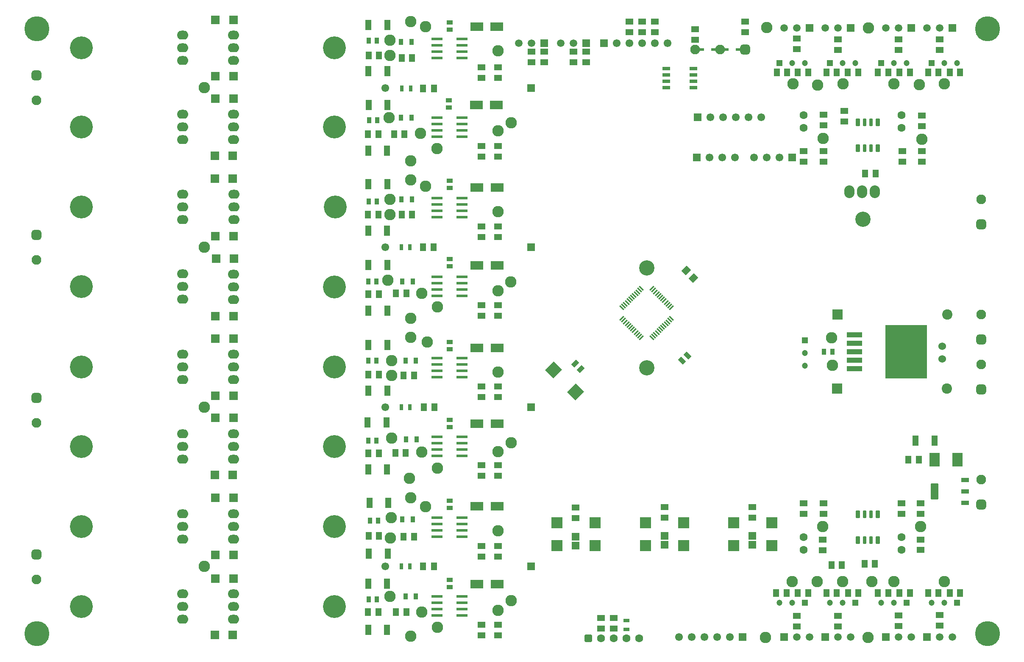
<source format=gbr>
%TF.GenerationSoftware,Altium Limited,Altium Designer,21.6.4 (81)*%
G04 Layer_Color=255*
%FSLAX43Y43*%
%MOMM*%
%TF.SameCoordinates,5D8205C6-A8A5-4108-8313-488A8EE5113E*%
%TF.FilePolarity,Positive*%
%TF.FileFunction,Pads,Bot*%
%TF.Part,Single*%
G01*
G75*
%TA.AperFunction,ComponentPad*%
%ADD22O,2.286X1.778*%
%ADD23C,4.572*%
%ADD24C,1.550*%
%ADD25R,1.550X1.550*%
%ADD26C,3.048*%
%ADD28C,2.286*%
%ADD29C,1.600*%
G04:AMPARAMS|DCode=30|XSize=1.6mm|YSize=1.6mm|CornerRadius=0.4mm|HoleSize=0mm|Usage=FLASHONLY|Rotation=0.000|XOffset=0mm|YOffset=0mm|HoleType=Round|Shape=RoundedRectangle|*
%AMROUNDEDRECTD30*
21,1,1.600,0.800,0,0,0.0*
21,1,0.800,1.600,0,0,0.0*
1,1,0.800,0.400,-0.400*
1,1,0.800,-0.400,-0.400*
1,1,0.800,-0.400,0.400*
1,1,0.800,0.400,0.400*
%
%ADD30ROUNDEDRECTD30*%
%ADD31R,2.286X2.286*%
%ADD32R,1.200X1.200*%
%ADD33C,1.200*%
G04:AMPARAMS|DCode=34|XSize=1.95mm|YSize=1.95mm|CornerRadius=0.488mm|HoleSize=0mm|Usage=FLASHONLY|Rotation=90.000|XOffset=0mm|YOffset=0mm|HoleType=Round|Shape=RoundedRectangle|*
%AMROUNDEDRECTD34*
21,1,1.950,0.975,0,0,90.0*
21,1,0.975,1.950,0,0,90.0*
1,1,0.975,0.488,0.488*
1,1,0.975,0.488,-0.488*
1,1,0.975,-0.488,-0.488*
1,1,0.975,-0.488,0.488*
%
%ADD34ROUNDEDRECTD34*%
%ADD35C,1.950*%
%ADD36R,2.057X2.057*%
%ADD37C,2.057*%
%ADD38C,1.500*%
%ADD39R,1.500X1.500*%
%ADD40C,1.524*%
G04:AMPARAMS|DCode=41|XSize=1.95mm|YSize=1.95mm|CornerRadius=0.488mm|HoleSize=0mm|Usage=FLASHONLY|Rotation=180.000|XOffset=0mm|YOffset=0mm|HoleType=Round|Shape=RoundedRectangle|*
%AMROUNDEDRECTD41*
21,1,1.950,0.975,0,0,180.0*
21,1,0.975,1.950,0,0,180.0*
1,1,0.975,-0.488,0.488*
1,1,0.975,0.488,0.488*
1,1,0.975,0.488,-0.488*
1,1,0.975,-0.488,-0.488*
%
%ADD41ROUNDEDRECTD41*%
%ADD42R,1.200X1.200*%
%TA.AperFunction,ViaPad*%
%ADD43C,5.000*%
%TA.AperFunction,SMDPad,CuDef*%
%ADD45R,1.700X1.680*%
G04:AMPARAMS|DCode=46|XSize=0.8mm|YSize=1.6mm|CornerRadius=0.2mm|HoleSize=0mm|Usage=FLASHONLY|Rotation=180.000|XOffset=0mm|YOffset=0mm|HoleType=Round|Shape=RoundedRectangle|*
%AMROUNDEDRECTD46*
21,1,0.800,1.200,0,0,180.0*
21,1,0.400,1.600,0,0,180.0*
1,1,0.400,-0.200,0.600*
1,1,0.400,0.200,0.600*
1,1,0.400,0.200,-0.600*
1,1,0.400,-0.200,-0.600*
%
%ADD46ROUNDEDRECTD46*%
G04:AMPARAMS|DCode=47|XSize=0.6mm|YSize=1.6mm|CornerRadius=0.15mm|HoleSize=0mm|Usage=FLASHONLY|Rotation=180.000|XOffset=0mm|YOffset=0mm|HoleType=Round|Shape=RoundedRectangle|*
%AMROUNDEDRECTD47*
21,1,0.600,1.300,0,0,180.0*
21,1,0.300,1.600,0,0,180.0*
1,1,0.300,-0.150,0.650*
1,1,0.300,0.150,0.650*
1,1,0.300,0.150,-0.650*
1,1,0.300,-0.150,-0.650*
%
%ADD47ROUNDEDRECTD47*%
%ADD48R,1.250X2.000*%
%ADD49R,1.508X1.207*%
%ADD50R,2.500X1.700*%
%ADD51R,1.262X0.958*%
%ADD52R,2.270X0.558*%
%ADD53R,1.207X1.508*%
%ADD54R,0.900X1.200*%
%ADD55R,0.757X1.308*%
%ADD56R,0.808X1.262*%
%ADD57R,1.525X0.650*%
%ADD58R,1.000X0.500*%
G04:AMPARAMS|DCode=59|XSize=1.207mm|YSize=1.508mm|CornerRadius=0mm|HoleSize=0mm|Usage=FLASHONLY|Rotation=315.000|XOffset=0mm|YOffset=0mm|HoleType=Round|Shape=Rectangle|*
%AMROTATEDRECTD59*
4,1,4,-0.960,-0.107,0.107,0.960,0.960,0.107,-0.107,-0.960,-0.960,-0.107,0.0*
%
%ADD59ROTATEDRECTD59*%

G04:AMPARAMS|DCode=60|XSize=1.194mm|YSize=0.305mm|CornerRadius=0mm|HoleSize=0mm|Usage=FLASHONLY|Rotation=225.000|XOffset=0mm|YOffset=0mm|HoleType=Round|Shape=Rectangle|*
%AMROTATEDRECTD60*
4,1,4,0.314,0.530,0.530,0.314,-0.314,-0.530,-0.530,-0.314,0.314,0.530,0.0*
%
%ADD60ROTATEDRECTD60*%

G04:AMPARAMS|DCode=61|XSize=1.194mm|YSize=0.305mm|CornerRadius=0mm|HoleSize=0mm|Usage=FLASHONLY|Rotation=315.000|XOffset=0mm|YOffset=0mm|HoleType=Round|Shape=Rectangle|*
%AMROTATEDRECTD61*
4,1,4,-0.530,0.314,-0.314,0.530,0.530,-0.314,0.314,-0.530,-0.530,0.314,0.0*
%
%ADD61ROTATEDRECTD61*%

G04:AMPARAMS|DCode=62|XSize=2.45mm|YSize=2.35mm|CornerRadius=0mm|HoleSize=0mm|Usage=FLASHONLY|Rotation=225.000|XOffset=0mm|YOffset=0mm|HoleType=Round|Shape=Rectangle|*
%AMROTATEDRECTD62*
4,1,4,0.035,1.697,1.697,0.035,-0.035,-1.697,-1.697,-0.035,0.035,1.697,0.0*
%
%ADD62ROTATEDRECTD62*%

G04:AMPARAMS|DCode=63|XSize=0.95mm|YSize=1.35mm|CornerRadius=0mm|HoleSize=0mm|Usage=FLASHONLY|Rotation=315.000|XOffset=0mm|YOffset=0mm|HoleType=Round|Shape=Rectangle|*
%AMROTATEDRECTD63*
4,1,4,-0.813,-0.141,0.141,0.813,0.813,0.141,-0.141,-0.813,-0.813,-0.141,0.0*
%
%ADD63ROTATEDRECTD63*%

G04:AMPARAMS|DCode=64|XSize=0.95mm|YSize=1.35mm|CornerRadius=0mm|HoleSize=0mm|Usage=FLASHONLY|Rotation=45.000|XOffset=0mm|YOffset=0mm|HoleType=Round|Shape=Rectangle|*
%AMROTATEDRECTD64*
4,1,4,0.141,-0.813,-0.813,0.141,-0.141,0.813,0.813,-0.141,0.141,-0.813,0.0*
%
%ADD64ROTATEDRECTD64*%

%ADD65R,1.556X1.505*%
%ADD66R,1.308X0.757*%
G04:AMPARAMS|DCode=67|XSize=3.15mm|YSize=1.45mm|CornerRadius=0.051mm|HoleSize=0mm|Usage=FLASHONLY|Rotation=90.000|XOffset=0mm|YOffset=0mm|HoleType=Round|Shape=RoundedRectangle|*
%AMROUNDEDRECTD67*
21,1,3.150,1.349,0,0,90.0*
21,1,3.049,1.450,0,0,90.0*
1,1,0.102,0.674,1.524*
1,1,0.102,0.674,-1.524*
1,1,0.102,-0.674,-1.524*
1,1,0.102,-0.674,1.524*
%
%ADD67ROUNDEDRECTD67*%
G04:AMPARAMS|DCode=68|XSize=0.9mm|YSize=1.45mm|CornerRadius=0.05mm|HoleSize=0mm|Usage=FLASHONLY|Rotation=90.000|XOffset=0mm|YOffset=0mm|HoleType=Round|Shape=RoundedRectangle|*
%AMROUNDEDRECTD68*
21,1,0.900,1.351,0,0,90.0*
21,1,0.801,1.450,0,0,90.0*
1,1,0.099,0.676,0.401*
1,1,0.099,0.676,-0.401*
1,1,0.099,-0.676,-0.401*
1,1,0.099,-0.676,0.401*
%
%ADD68ROUNDEDRECTD68*%
%ADD69R,2.000X2.800*%
%ADD70R,0.807X1.308*%
%ADD71R,3.050X1.016*%
%ADD72R,8.380X10.660*%
%ADD73R,1.508X1.157*%
%ADD74R,1.157X1.508*%
%TA.AperFunction,ComponentPad*%
%ADD79O,2.032X2.540*%
D22*
X74041Y82804D02*
D03*
Y85344D02*
D03*
Y87884D02*
D03*
Y71882D02*
D03*
Y69342D02*
D03*
Y66802D02*
D03*
Y55880D02*
D03*
Y53340D02*
D03*
Y50800D02*
D03*
Y103759D02*
D03*
Y101219D02*
D03*
Y98679D02*
D03*
Y119761D02*
D03*
Y117221D02*
D03*
Y114681D02*
D03*
X74168Y135763D02*
D03*
Y133223D02*
D03*
Y130683D02*
D03*
X74041Y151765D02*
D03*
Y149225D02*
D03*
Y146685D02*
D03*
X63881Y50800D02*
D03*
Y53340D02*
D03*
Y55880D02*
D03*
Y66802D02*
D03*
Y69342D02*
D03*
Y71882D02*
D03*
Y82804D02*
D03*
Y85344D02*
D03*
Y87884D02*
D03*
Y98679D02*
D03*
Y101219D02*
D03*
Y103759D02*
D03*
Y114808D02*
D03*
Y117348D02*
D03*
Y119888D02*
D03*
Y130683D02*
D03*
Y133223D02*
D03*
Y135763D02*
D03*
Y146685D02*
D03*
Y149225D02*
D03*
Y151765D02*
D03*
X74041Y167640D02*
D03*
Y165100D02*
D03*
Y162560D02*
D03*
X63881D02*
D03*
Y165100D02*
D03*
Y167640D02*
D03*
D23*
X94234Y85344D02*
D03*
Y69342D02*
D03*
Y53340D02*
D03*
Y101219D02*
D03*
Y117221D02*
D03*
X94361Y133223D02*
D03*
X94234Y149225D02*
D03*
X43688Y53340D02*
D03*
Y69342D02*
D03*
Y85344D02*
D03*
Y101219D02*
D03*
Y117348D02*
D03*
Y133223D02*
D03*
Y149225D02*
D03*
X94234Y165100D02*
D03*
X43688D02*
D03*
D24*
X104367Y157022D02*
D03*
X163068Y47244D02*
D03*
X165608D02*
D03*
X168148D02*
D03*
X170688D02*
D03*
X173228D02*
D03*
X169291Y151176D02*
D03*
X171831D02*
D03*
X174371D02*
D03*
X176911D02*
D03*
X179451Y151176D02*
D03*
X174244Y143129D02*
D03*
X171704D02*
D03*
X169164D02*
D03*
X178054D02*
D03*
X180594D02*
D03*
X183134D02*
D03*
X150622Y165989D02*
D03*
X153162D02*
D03*
X155702D02*
D03*
X158242D02*
D03*
X160782D02*
D03*
X104367Y125222D02*
D03*
X104394Y93218D02*
D03*
X104367Y61341D02*
D03*
D25*
X133477Y157022D02*
D03*
X175768Y47244D02*
D03*
X166751Y151176D02*
D03*
X166624Y143129D02*
D03*
X185674D02*
D03*
X148082Y165989D02*
D03*
X133477Y125222D02*
D03*
X133504Y93218D02*
D03*
X133477Y61341D02*
D03*
D26*
X199771Y130810D02*
D03*
X156591Y121031D02*
D03*
Y101092D02*
D03*
D28*
X129540Y150114D02*
D03*
X126873Y148463D02*
D03*
X185801Y157861D02*
D03*
X190754Y157607D02*
D03*
X195790Y157905D02*
D03*
X205994Y157861D02*
D03*
X211074Y157734D02*
D03*
X216027Y157861D02*
D03*
X180340Y47117D02*
D03*
X200787D02*
D03*
X191770Y69342D02*
D03*
X195707Y58293D02*
D03*
X190627D02*
D03*
X185674D02*
D03*
X201549D02*
D03*
X205994D02*
D03*
X216027D02*
D03*
X211328Y69342D02*
D03*
X193675Y101600D02*
D03*
X193548Y107061D02*
D03*
X211582Y146812D02*
D03*
X191833Y146974D02*
D03*
X180594Y169164D02*
D03*
X200914Y169037D02*
D03*
X105283Y163576D02*
D03*
X109474Y170307D02*
D03*
X112395Y169291D02*
D03*
X126873Y164465D02*
D03*
X105156Y151130D02*
D03*
X111379Y147955D02*
D03*
X114681Y144907D02*
D03*
X109474Y142494D02*
D03*
Y138684D02*
D03*
X112395Y137414D02*
D03*
X105283Y134747D02*
D03*
Y131699D02*
D03*
X126873Y116459D02*
D03*
X129413Y118237D02*
D03*
X104902Y118618D02*
D03*
X111633Y115951D02*
D03*
X114808Y113284D02*
D03*
X109474Y110998D02*
D03*
Y107188D02*
D03*
X112746Y106264D02*
D03*
X105664Y102489D02*
D03*
Y99568D02*
D03*
Y86995D02*
D03*
X111633Y84201D02*
D03*
X114808Y81026D02*
D03*
X109220Y78994D02*
D03*
X109474Y75057D02*
D03*
X112395Y73279D02*
D03*
X105537Y71120D02*
D03*
X105410Y67056D02*
D03*
X129540Y86106D02*
D03*
X126873Y84328D02*
D03*
Y68453D02*
D03*
Y52578D02*
D03*
X129540Y54483D02*
D03*
X109474Y47371D02*
D03*
X111633Y52197D02*
D03*
X114808Y49149D02*
D03*
X105283Y166624D02*
D03*
X126873Y132334D02*
D03*
X105283Y55372D02*
D03*
X68199Y61341D02*
D03*
Y125222D02*
D03*
X126873Y100203D02*
D03*
X68199Y93218D02*
D03*
Y157099D02*
D03*
D29*
X149987Y46990D02*
D03*
X147447D02*
D03*
X152527D02*
D03*
X155067D02*
D03*
X207518Y64643D02*
D03*
Y67183D02*
D03*
X187960Y64643D02*
D03*
Y67183D02*
D03*
Y151633D02*
D03*
Y149093D02*
D03*
X207518Y149098D02*
D03*
Y151638D02*
D03*
D30*
X144907Y46990D02*
D03*
D31*
X138684Y65532D02*
D03*
Y70104D02*
D03*
X146304D02*
D03*
Y65532D02*
D03*
X173990D02*
D03*
Y70104D02*
D03*
X181610D02*
D03*
Y65532D02*
D03*
X156337D02*
D03*
Y70104D02*
D03*
X163957D02*
D03*
Y65532D02*
D03*
D32*
X213487Y162052D02*
D03*
X203454Y162047D02*
D03*
X193167Y162052D02*
D03*
X183134D02*
D03*
X208534Y54102D02*
D03*
X218567D02*
D03*
X198247D02*
D03*
X188214D02*
D03*
D33*
X216027Y162052D02*
D03*
X218567D02*
D03*
X205994Y162047D02*
D03*
X208534D02*
D03*
X195707Y162052D02*
D03*
X198247D02*
D03*
X185674D02*
D03*
X188214D02*
D03*
X203454Y54102D02*
D03*
X205994D02*
D03*
X213487D02*
D03*
X216027D02*
D03*
X193167D02*
D03*
X195707D02*
D03*
X183134D02*
D03*
X185674D02*
D03*
X188209Y104013D02*
D03*
Y101473D02*
D03*
D34*
X223393Y106731D02*
D03*
Y96727D02*
D03*
Y73740D02*
D03*
Y129747D02*
D03*
X34679Y159599D02*
D03*
X34671Y127682D02*
D03*
X34679Y95083D02*
D03*
Y63714D02*
D03*
D35*
X223393Y111731D02*
D03*
Y101727D02*
D03*
Y78740D02*
D03*
Y134747D02*
D03*
X166243Y164719D02*
D03*
X171243D02*
D03*
X34679Y154599D02*
D03*
X34671Y122682D02*
D03*
X34679Y90083D02*
D03*
Y58714D02*
D03*
D36*
X194768Y111731D02*
D03*
X194640Y96901D02*
D03*
D37*
X216663Y111731D02*
D03*
X216535Y96901D02*
D03*
D38*
X217678Y47244D02*
D03*
X215138D02*
D03*
X209423D02*
D03*
X206883D02*
D03*
X189103D02*
D03*
X186563D02*
D03*
X197358D02*
D03*
X194818D02*
D03*
X215138Y169037D02*
D03*
X212598D02*
D03*
X206883D02*
D03*
X204343D02*
D03*
X194818Y169083D02*
D03*
X192278D02*
D03*
X186563D02*
D03*
X184023D02*
D03*
X139446Y166035D02*
D03*
X141986D02*
D03*
X131064Y165989D02*
D03*
X133604D02*
D03*
D39*
X212598Y47244D02*
D03*
X204343D02*
D03*
X184023D02*
D03*
X192278D02*
D03*
X217678Y169037D02*
D03*
X209423D02*
D03*
X197358Y169083D02*
D03*
X189103D02*
D03*
X144526Y166035D02*
D03*
X136144Y165989D02*
D03*
D40*
X215646Y105370D02*
D03*
Y102870D02*
D03*
D41*
X176243Y164719D02*
D03*
D42*
X188209Y106553D02*
D03*
D43*
X224663Y168910D02*
D03*
X34798D02*
D03*
X224663Y47879D02*
D03*
X34798D02*
D03*
D45*
X73914Y47625D02*
D03*
X70334D02*
D03*
X74041Y58928D02*
D03*
X70461D02*
D03*
X74041Y63627D02*
D03*
X70461D02*
D03*
X73914Y79629D02*
D03*
X70334D02*
D03*
X74041Y91059D02*
D03*
X70461D02*
D03*
X74041Y95504D02*
D03*
X70461D02*
D03*
X74041Y106934D02*
D03*
X70461D02*
D03*
X74053Y111379D02*
D03*
X70473D02*
D03*
X74180Y122936D02*
D03*
X70600D02*
D03*
X74053Y127381D02*
D03*
X70473D02*
D03*
X73926Y138938D02*
D03*
X70346D02*
D03*
X73914Y143510D02*
D03*
X70334D02*
D03*
X74053Y154940D02*
D03*
X70473D02*
D03*
X74053Y159385D02*
D03*
X70473D02*
D03*
X74053Y170688D02*
D03*
X70473D02*
D03*
X74053Y75057D02*
D03*
X70473D02*
D03*
D46*
X202812Y66615D02*
D03*
X198762D02*
D03*
X202812Y71815D02*
D03*
X198762D02*
D03*
X202812Y144974D02*
D03*
X198762D02*
D03*
X202812Y150174D02*
D03*
X198762D02*
D03*
D47*
X201422Y66615D02*
D03*
X200152D02*
D03*
X201422Y71815D02*
D03*
X200152D02*
D03*
X201422Y144974D02*
D03*
X200152D02*
D03*
X201422Y150174D02*
D03*
X200152D02*
D03*
D48*
X100995Y80772D02*
D03*
X104745D02*
D03*
X100868Y90170D02*
D03*
X104618D02*
D03*
X101092Y153670D02*
D03*
X104842D02*
D03*
X101025Y169672D02*
D03*
X104775D02*
D03*
X100995Y144526D02*
D03*
X104745D02*
D03*
X101025Y137795D02*
D03*
X104775D02*
D03*
X100995Y128524D02*
D03*
X104745D02*
D03*
X101025Y112522D02*
D03*
X104775D02*
D03*
X101025Y121666D02*
D03*
X104775D02*
D03*
X101025Y96520D02*
D03*
X104775D02*
D03*
X101025Y105664D02*
D03*
X104775D02*
D03*
X101122Y63881D02*
D03*
X104872D02*
D03*
X100995Y57912D02*
D03*
X104745D02*
D03*
X214092Y86487D02*
D03*
X210342D02*
D03*
X104999Y74041D02*
D03*
X101249D02*
D03*
X104745Y48641D02*
D03*
X100995D02*
D03*
X104775Y160401D02*
D03*
X101025D02*
D03*
D49*
X123571Y161198D02*
D03*
Y159096D02*
D03*
X126873Y161198D02*
D03*
Y159096D02*
D03*
X123571Y81569D02*
D03*
Y79467D02*
D03*
X126873Y81569D02*
D03*
Y79467D02*
D03*
X123571Y65440D02*
D03*
Y63338D02*
D03*
X126873Y65440D02*
D03*
Y63338D02*
D03*
X123571Y49692D02*
D03*
Y47590D02*
D03*
X126873Y49692D02*
D03*
Y47590D02*
D03*
X155702Y170342D02*
D03*
Y168240D02*
D03*
X158242Y168205D02*
D03*
Y170307D02*
D03*
X166243Y168818D02*
D03*
Y166716D02*
D03*
X176276Y168240D02*
D03*
Y170342D02*
D03*
X160147Y73187D02*
D03*
Y71085D02*
D03*
X191770Y66710D02*
D03*
Y64608D02*
D03*
X187960Y73949D02*
D03*
Y71847D02*
D03*
X191897Y73949D02*
D03*
Y71847D02*
D03*
X207518Y73949D02*
D03*
Y71847D02*
D03*
X187960Y142297D02*
D03*
Y144399D02*
D03*
X196088Y150333D02*
D03*
Y152435D02*
D03*
X207645Y142297D02*
D03*
Y144399D02*
D03*
X211582Y142332D02*
D03*
Y144434D02*
D03*
X133604Y162179D02*
D03*
Y164281D02*
D03*
X136144Y162179D02*
D03*
Y164281D02*
D03*
X141986Y162179D02*
D03*
Y164281D02*
D03*
X144526Y162179D02*
D03*
Y164281D02*
D03*
X153162Y168240D02*
D03*
Y170342D02*
D03*
X142367Y71050D02*
D03*
Y73152D02*
D03*
X177673Y71085D02*
D03*
Y73187D02*
D03*
X191897Y144377D02*
D03*
Y142275D02*
D03*
Y151673D02*
D03*
Y149571D02*
D03*
X211311Y64626D02*
D03*
Y66727D02*
D03*
X211328Y71847D02*
D03*
Y73949D02*
D03*
X215138Y164684D02*
D03*
Y166786D02*
D03*
X206883Y164684D02*
D03*
Y166786D02*
D03*
X186563Y164846D02*
D03*
Y166948D02*
D03*
X194818Y164684D02*
D03*
Y166786D02*
D03*
X215138Y49495D02*
D03*
Y51597D02*
D03*
X206883Y49460D02*
D03*
Y51562D02*
D03*
X186563Y49368D02*
D03*
Y51470D02*
D03*
X194818Y49368D02*
D03*
Y51470D02*
D03*
X126873Y143348D02*
D03*
Y145450D02*
D03*
X123571Y143348D02*
D03*
Y145450D02*
D03*
X126873Y127219D02*
D03*
Y129321D02*
D03*
X123571Y127219D02*
D03*
Y129321D02*
D03*
X126873Y111471D02*
D03*
Y113573D02*
D03*
X123571Y111471D02*
D03*
Y113573D02*
D03*
X126873Y95215D02*
D03*
Y97317D02*
D03*
X123571Y95215D02*
D03*
Y97317D02*
D03*
D50*
X126714Y57785D02*
D03*
X122714D02*
D03*
X126714Y73406D02*
D03*
X122714D02*
D03*
X126714Y89916D02*
D03*
X122714D02*
D03*
X126714Y105029D02*
D03*
X122714D02*
D03*
X126714Y121539D02*
D03*
X122714D02*
D03*
X126714Y137160D02*
D03*
X122714D02*
D03*
X126587Y153670D02*
D03*
X122587D02*
D03*
X126682Y169291D02*
D03*
X122682D02*
D03*
D51*
X117221Y168691D02*
D03*
Y170145D02*
D03*
X117094Y153162D02*
D03*
Y154616D02*
D03*
X117221Y137033D02*
D03*
Y138487D02*
D03*
Y121412D02*
D03*
Y122866D02*
D03*
Y104810D02*
D03*
Y106264D02*
D03*
Y89189D02*
D03*
Y90643D02*
D03*
Y57185D02*
D03*
Y58639D02*
D03*
Y74479D02*
D03*
Y73025D02*
D03*
D52*
X114707Y71120D02*
D03*
Y69850D02*
D03*
Y68580D02*
D03*
Y67310D02*
D03*
X119735D02*
D03*
Y68580D02*
D03*
Y69850D02*
D03*
Y71120D02*
D03*
X114707Y55372D02*
D03*
Y54102D02*
D03*
Y52832D02*
D03*
Y51562D02*
D03*
X119735D02*
D03*
Y52832D02*
D03*
Y54102D02*
D03*
Y55372D02*
D03*
X114707Y166878D02*
D03*
Y165608D02*
D03*
Y164338D02*
D03*
Y163068D02*
D03*
X119735D02*
D03*
Y164338D02*
D03*
Y165608D02*
D03*
Y166878D02*
D03*
X114707Y151130D02*
D03*
Y149860D02*
D03*
Y148590D02*
D03*
Y147320D02*
D03*
X119735D02*
D03*
Y148590D02*
D03*
Y149860D02*
D03*
Y151130D02*
D03*
X114707Y135001D02*
D03*
Y133731D02*
D03*
Y132461D02*
D03*
Y131191D02*
D03*
X119735D02*
D03*
Y132461D02*
D03*
Y133731D02*
D03*
Y135001D02*
D03*
X114707Y119253D02*
D03*
Y117983D02*
D03*
Y116713D02*
D03*
Y115443D02*
D03*
X119735D02*
D03*
Y116713D02*
D03*
Y117983D02*
D03*
Y119253D02*
D03*
X114707Y102997D02*
D03*
Y101727D02*
D03*
Y100457D02*
D03*
Y99187D02*
D03*
X119735D02*
D03*
Y100457D02*
D03*
Y101727D02*
D03*
Y102997D02*
D03*
X114707Y87249D02*
D03*
Y85979D02*
D03*
Y84709D02*
D03*
Y83439D02*
D03*
X119735D02*
D03*
Y84709D02*
D03*
Y85979D02*
D03*
Y87249D02*
D03*
D53*
X108620Y52197D02*
D03*
X106518D02*
D03*
X110144Y67310D02*
D03*
X108042D02*
D03*
X110144Y99568D02*
D03*
X108042D02*
D03*
X108620Y115951D02*
D03*
X106518D02*
D03*
X109763Y131699D02*
D03*
X107661D02*
D03*
X109763Y163068D02*
D03*
X107661D02*
D03*
X103159Y163576D02*
D03*
X101057D02*
D03*
X108493Y84074D02*
D03*
X106391D02*
D03*
X184566Y56007D02*
D03*
X182464D02*
D03*
X188884D02*
D03*
X186782D02*
D03*
X198917D02*
D03*
X196815D02*
D03*
X204886D02*
D03*
X202784D02*
D03*
X209204D02*
D03*
X207102D02*
D03*
X219237D02*
D03*
X217135D02*
D03*
X200117Y61849D02*
D03*
X202219D02*
D03*
X193513Y61595D02*
D03*
X195615D02*
D03*
X200244Y139954D02*
D03*
X202346D02*
D03*
X217135Y160147D02*
D03*
X219237D02*
D03*
X212817D02*
D03*
X214919D02*
D03*
X209169D02*
D03*
X207067D02*
D03*
X202784D02*
D03*
X204886D02*
D03*
X196780D02*
D03*
X198882D02*
D03*
X192497D02*
D03*
X194599D02*
D03*
X188849D02*
D03*
X186747D02*
D03*
X182591D02*
D03*
X184693D02*
D03*
X194599Y56007D02*
D03*
X192497D02*
D03*
X214919D02*
D03*
X212817D02*
D03*
X208880Y82677D02*
D03*
X210982D02*
D03*
X106137Y147828D02*
D03*
X108239D02*
D03*
X101057Y67437D02*
D03*
X103159D02*
D03*
X100895Y147828D02*
D03*
X102997D02*
D03*
X100930Y52197D02*
D03*
X103032D02*
D03*
X101022Y83947D02*
D03*
X103124D02*
D03*
X101022Y99695D02*
D03*
X103124D02*
D03*
X100930Y131699D02*
D03*
X103032D02*
D03*
X101022Y115824D02*
D03*
X103124D02*
D03*
D54*
X108424Y55372D02*
D03*
X110524D02*
D03*
X107789Y70739D02*
D03*
X109889D02*
D03*
X108551Y86741D02*
D03*
X110651D02*
D03*
X108424Y102489D02*
D03*
X110524D02*
D03*
X107789Y118364D02*
D03*
X109889D02*
D03*
X107628Y134747D02*
D03*
X109728D02*
D03*
X107535Y151130D02*
D03*
X109635D02*
D03*
Y166243D02*
D03*
X107535D02*
D03*
D55*
X107582Y61341D02*
D03*
X109334D02*
D03*
X107582Y93218D02*
D03*
X109334D02*
D03*
X107582Y125222D02*
D03*
X109334D02*
D03*
X107709Y156972D02*
D03*
X109461D02*
D03*
D56*
X101052Y166497D02*
D03*
X102656D02*
D03*
X101139Y150622D02*
D03*
X102743D02*
D03*
X101052Y134366D02*
D03*
X102656D02*
D03*
X101012Y118364D02*
D03*
X102616D02*
D03*
X101012Y102489D02*
D03*
X102616D02*
D03*
X101052Y54737D02*
D03*
X102656D02*
D03*
X102910Y70485D02*
D03*
X101306D02*
D03*
X102616Y86487D02*
D03*
X101012D02*
D03*
D57*
X160483Y157099D02*
D03*
Y158369D02*
D03*
Y159639D02*
D03*
Y160909D02*
D03*
X165907D02*
D03*
Y159639D02*
D03*
Y158369D02*
D03*
Y157099D02*
D03*
D58*
X169983Y164719D02*
D03*
X167583D02*
D03*
X172479D02*
D03*
X174879D02*
D03*
D59*
X165970Y119018D02*
D03*
X164484Y120504D02*
D03*
D60*
X161541Y113075D02*
D03*
X161187Y113428D02*
D03*
X160834Y113782D02*
D03*
X160480Y114135D02*
D03*
X160127Y114489D02*
D03*
X159773Y114842D02*
D03*
X159419Y115196D02*
D03*
X159066Y115550D02*
D03*
X158712Y115903D02*
D03*
X158359Y116257D02*
D03*
X158005Y116610D02*
D03*
X157652Y116964D02*
D03*
X151641Y110953D02*
D03*
X151995Y110600D02*
D03*
X152348Y110246D02*
D03*
X152702Y109893D02*
D03*
X153055Y109539D02*
D03*
X153409Y109186D02*
D03*
X153763Y108832D02*
D03*
X154116Y108478D02*
D03*
X154470Y108125D02*
D03*
X154823Y107771D02*
D03*
X155177Y107418D02*
D03*
X155530Y107064D02*
D03*
D61*
Y116964D02*
D03*
X155177Y116610D02*
D03*
X154823Y116257D02*
D03*
X154470Y115903D02*
D03*
X154116Y115550D02*
D03*
X153763Y115196D02*
D03*
X153409Y114842D02*
D03*
X153055Y114489D02*
D03*
X152702Y114135D02*
D03*
X152348Y113782D02*
D03*
X151995Y113428D02*
D03*
X151641Y113075D02*
D03*
X157652Y107064D02*
D03*
X158005Y107418D02*
D03*
X158359Y107771D02*
D03*
X158712Y108125D02*
D03*
X159066Y108478D02*
D03*
X159419Y108832D02*
D03*
X159773Y109186D02*
D03*
X160127Y109539D02*
D03*
X160480Y109893D02*
D03*
X160834Y110246D02*
D03*
X161187Y110600D02*
D03*
X161541Y110953D02*
D03*
D62*
X142400Y96233D02*
D03*
X138016Y100617D02*
D03*
D63*
X142345Y101876D02*
D03*
X143405Y100816D02*
D03*
D64*
X164741Y103527D02*
D03*
X163681Y102467D02*
D03*
D65*
X177673Y67449D02*
D03*
Y65647D02*
D03*
X142367Y67322D02*
D03*
Y65520D02*
D03*
X160147Y67449D02*
D03*
Y65647D02*
D03*
D66*
X152527Y48768D02*
D03*
Y50520D02*
D03*
D67*
X214095Y76327D02*
D03*
D68*
X220245Y74027D02*
D03*
Y76327D02*
D03*
Y78627D02*
D03*
D69*
X214158Y82677D02*
D03*
X218658D02*
D03*
D70*
X192024Y104267D02*
D03*
X193726D02*
D03*
D71*
X198102Y107671D02*
D03*
Y105969D02*
D03*
Y104267D02*
D03*
Y102565D02*
D03*
Y100863D02*
D03*
D72*
X208407Y104267D02*
D03*
D73*
X211582Y149419D02*
D03*
Y151571D02*
D03*
X149987Y51047D02*
D03*
Y48895D02*
D03*
X147447Y51047D02*
D03*
Y48895D02*
D03*
D74*
X114106Y61341D02*
D03*
X111954D02*
D03*
X114046Y125222D02*
D03*
X111894D02*
D03*
X114233Y93218D02*
D03*
X112081D02*
D03*
X114106Y156972D02*
D03*
X111954D02*
D03*
D79*
X197104Y136271D02*
D03*
X199644D02*
D03*
X202184D02*
D03*
%TF.MD5,defbe6223e20f296643440e615431c6e*%
M02*

</source>
